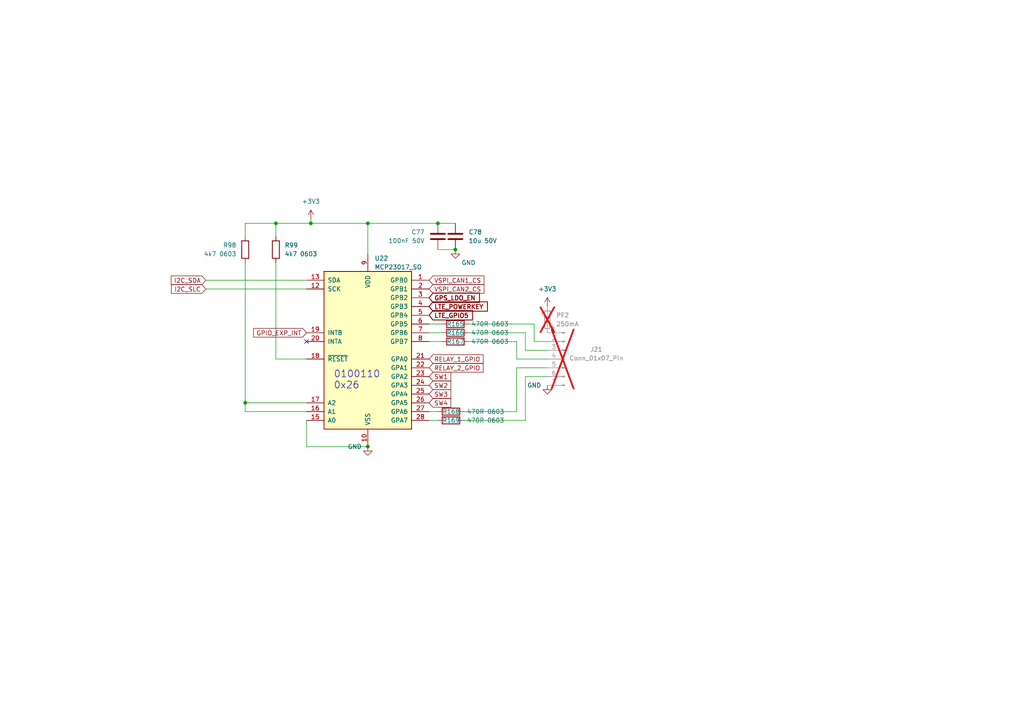
<source format=kicad_sch>
(kicad_sch (version 20250114) (generator "eeschema") (generator_version "9.0")
  (paper "A4")
  (title_block (title "VehicleMan") (date "2025-03-04") (rev "0") (company "©CC-BY-NC"))
  (lib_symbols
    (symbol "Connector:Conn_01x07_Pin" (pin_names (offset 1.016) (hide yes))
      (property "Reference" "J" (at 0 10.16 0))
      (property "Value" "Conn_01x07_Pin" (at 0 -10.16 0))
      (symbol "Conn_01x07_Pin_1_1"
        (rectangle (start 0.8636 7.747) (end 0 7.493) (stroke (width 0.1524)) (fill (type outline)))
        (rectangle (start 0.8636 5.207) (end 0 4.953) (stroke (width 0.1524)) (fill (type outline)))
        (rectangle (start 0.8636 2.667) (end 0 2.413) (stroke (width 0.1524)) (fill (type outline)))
        (rectangle (start 0.8636 0.127) (end 0 -0.127) (stroke (width 0.1524)) (fill (type outline)))
        (rectangle (start 0.8636 -2.413) (end 0 -2.667) (stroke (width 0.1524)) (fill (type outline)))
        (rectangle (start 0.8636 -4.953) (end 0 -5.207) (stroke (width 0.1524)) (fill (type outline)))
        (rectangle (start 0.8636 -7.493) (end 0 -7.747) (stroke (width 0.1524)) (fill (type outline)))
        (polyline (pts (xy 1.27 7.62) (xy 0.8636 7.62)) (stroke (width 0.1524)))
        (polyline (pts (xy 1.27 5.08) (xy 0.8636 5.08)) (stroke (width 0.1524)))
        (polyline (pts (xy 1.27 2.54) (xy 0.8636 2.54)) (stroke (width 0.1524)))
        (polyline (pts (xy 1.27 0) (xy 0.8636 0)) (stroke (width 0.1524)))
        (polyline (pts (xy 1.27 -2.54) (xy 0.8636 -2.54)) (stroke (width 0.1524)))
        (polyline (pts (xy 1.27 -5.08) (xy 0.8636 -5.08)) (stroke (width 0.1524)))
        (polyline (pts (xy 1.27 -7.62) (xy 0.8636 -7.62)) (stroke (width 0.1524)))
        (pin passive line (at 5.08 7.62 180) (length 3.81) (name "Pin_1") (number "1"))
        (pin passive line (at 5.08 5.08 180) (length 3.81) (name "Pin_2") (number "2"))
        (pin passive line (at 5.08 2.54 180) (length 3.81) (name "Pin_3") (number "3"))
        (pin passive line (at 5.08 0 180) (length 3.81) (name "Pin_4") (number "4"))
        (pin passive line (at 5.08 -2.54 180) (length 3.81) (name "Pin_5") (number "5"))
        (pin passive line (at 5.08 -5.08 180) (length 3.81) (name "Pin_6") (number "6"))
        (pin passive line (at 5.08 -7.62 180) (length 3.81) (name "Pin_7") (number "7"))
      )
    )
    (symbol "Device:C" (pin_numbers (hide yes)) (pin_names (offset 0.254))
      (property "Reference" "C" (at 0.635 2.54 0))
      (property "Value" "C" (at 0.635 -2.54 0))
      (symbol "C_0_1"
        (polyline (pts (xy -2.032 0.762) (xy 2.032 0.762)) (stroke (width 0.508)))
        (polyline (pts (xy -2.032 -0.762) (xy 2.032 -0.762)) (stroke (width 0.508)))
      )
      (symbol "C_1_1"
        (pin passive line (at 0 3.81 270) (length 2.794) (name "~") (number "1"))
        (pin passive line (at 0 -3.81 90) (length 2.794) (name "~") (number "2"))
      )
    )
    (symbol "Device:Polyfuse" (pin_numbers (hide yes)) (pin_names (offset 0))
      (property "Reference" "F" (at -2.54 0 90))
      (property "Value" "Polyfuse" (at 2.54 0 90))
      (symbol "Polyfuse_0_1"
        (polyline (pts (xy -1.524 2.54) (xy -1.524 1.524) (xy 1.524 -1.524) (xy 1.524 -2.54)))
        (rectangle (start -0.762 2.54) (end 0.762 -2.54) (stroke (width 0.254)))
        (polyline (pts (xy 0 2.54) (xy 0 -2.54)))
      )
      (symbol "Polyfuse_1_1"
        (pin passive line (at 0 3.81 270) (length 1.27) (name "~") (number "1"))
        (pin passive line (at 0 -3.81 90) (length 1.27) (name "~") (number "2"))
      )
    )
    (symbol "Device:R" (pin_numbers (hide yes)) (pin_names (offset 0))
      (property "Reference" "R?" (at 2.54 1.2701 0))
      (property "Value" "R" (at 2.54 -1.2699 0))
      (property "LCSC" "C2907166" (at 0 0 0))
      (symbol "R_0_1"
        (rectangle (start -1.016 -2.54) (end 1.016 2.54) (stroke (width 0.254)))
      )
      (symbol "R_1_1"
        (pin passive line (at 0 3.81 270) (length 1.27) (name "~") (number "1"))
        (pin passive line (at 0 -3.81 90) (length 1.27) (name "~") (number "2"))
      )
    )
    (symbol "Interface_Expansion:MCP23017_SO" (pin_names (offset 1.016))
      (property "Reference" "U" (at -11.43 24.13 0))
      (property "Value" "MCP23017_SO" (at 0 0 0))
      (symbol "MCP23017_SO_0_1"
        (rectangle (start -12.7 22.86) (end 12.7 -22.86) (stroke (width 0.254)) (fill (type background)))
      )
      (symbol "MCP23017_SO_1_1"
        (pin bidirectional line (at -17.78 20.32 0) (length 5.08) (name "SDA") (number "13"))
        (pin input line (at -17.78 17.78 0) (length 5.08) (name "SCK") (number "12"))
        (pin tri_state line (at -17.78 5.08 0) (length 5.08) (name "INTB") (number "19"))
        (pin tri_state line (at -17.78 2.54 0) (length 5.08) (name "INTA") (number "20"))
        (pin input line (at -17.78 -2.54 0) (length 5.08) (name "~{RESET}") (number "18"))
        (pin input line (at -17.78 -15.24 0) (length 5.08) (name "A2") (number "17"))
        (pin input line (at -17.78 -17.78 0) (length 5.08) (name "A1") (number "16"))
        (pin input line (at -17.78 -20.32 0) (length 5.08) (name "A0") (number "15"))
        (pin no_connect line (at -12.7 15.24 0) (length 5.08) (hide yes) (name "NC") (number "11"))
        (pin no_connect line (at -12.7 12.7 0) (length 5.08) (hide yes) (name "NC") (number "14"))
        (pin power_in line (at 0 27.94 270) (length 5.08) (name "VDD") (number "9"))
        (pin power_in line (at 0 -27.94 90) (length 5.08) (name "VSS") (number "10"))
        (pin bidirectional line (at 17.78 20.32 180) (length 5.08) (name "GPB0") (number "1"))
        (pin bidirectional line (at 17.78 17.78 180) (length 5.08) (name "GPB1") (number "2"))
        (pin bidirectional line (at 17.78 15.24 180) (length 5.08) (name "GPB2") (number "3"))
        (pin bidirectional line (at 17.78 12.7 180) (length 5.08) (name "GPB3") (number "4"))
        (pin bidirectional line (at 17.78 10.16 180) (length 5.08) (name "GPB4") (number "5"))
        (pin bidirectional line (at 17.78 7.62 180) (length 5.08) (name "GPB5") (number "6"))
        (pin bidirectional line (at 17.78 5.08 180) (length 5.08) (name "GPB6") (number "7"))
        (pin bidirectional line (at 17.78 2.54 180) (length 5.08) (name "GPB7") (number "8"))
        (pin bidirectional line (at 17.78 -2.54 180) (length 5.08) (name "GPA0") (number "21"))
        (pin bidirectional line (at 17.78 -5.08 180) (length 5.08) (name "GPA1") (number "22"))
        (pin bidirectional line (at 17.78 -7.62 180) (length 5.08) (name "GPA2") (number "23"))
        (pin bidirectional line (at 17.78 -10.16 180) (length 5.08) (name "GPA3") (number "24"))
        (pin bidirectional line (at 17.78 -12.7 180) (length 5.08) (name "GPA4") (number "25"))
        (pin bidirectional line (at 17.78 -15.24 180) (length 5.08) (name "GPA5") (number "26"))
        (pin bidirectional line (at 17.78 -17.78 180) (length 5.08) (name "GPA6") (number "27"))
        (pin bidirectional line (at 17.78 -20.32 180) (length 5.08) (name "GPA7") (number "28"))
      )
    )
    (symbol "power:+3V3" (power) (pin_names (offset 0))
      (property "Value" "+3V3" (at 0 3.556 0))
      (symbol "+3V3_0_1"
        (polyline (pts (xy -0.762 1.27) (xy 0 2.54)))
        (polyline (pts (xy 0 2.54) (xy 0.762 1.27)))
        (polyline (pts (xy 0 0) (xy 0 2.54)))
      )
      (symbol "+3V3_1_1"
        (pin power_in line (at 0 0 90) (length 0) (hide yes) (name "+3V3") (number "1"))
      )
    )
    (symbol "power:GND" (power) (pin_names (offset 0))
      (property "Value" "GND" (at 0 -3.81 0))
      (symbol "GND_0_1"
        (polyline (pts (xy 0 0) (xy 0 -1.27) (xy 1.27 -1.27) (xy 0 -2.54) (xy -1.27 -1.27) (xy 0 -1.27)))
      )
      (symbol "GND_1_1"
        (pin power_in line (at 0 0 270) (length 0) (hide yes) (name "GND") (number "1"))
      )
    )
  )
  (text "0100110\n0x26" (at 96.774 113.03 0) (effects (font (size 2 2)) (justify left bottom)))
  (junction (at 106.68 64.77))
  (junction (at 132.08 72.39))
  (junction (at 80.01 64.77))
  (junction (at 127 64.77))
  (junction (at 106.68 129.54))
  (junction (at 90.17 64.77))
  (junction (at 71.12 116.84))
  (no_connect (at 88.9 99.06))
  (wire (pts (xy 88.9 116.84) (xy 71.12 116.84)))
  (wire (pts (xy 134.62 121.92) (xy 152.4 121.92)))
  (wire (pts (xy 149.86 104.14) (xy 158.75 104.14)))
  (wire (pts (xy 124.46 96.52) (xy 128.27 96.52)))
  (wire (pts (xy 80.01 76.2) (xy 80.01 104.14)))
  (wire (pts (xy 149.86 99.06) (xy 149.86 104.14)))
  (wire (pts (xy 88.9 129.54) (xy 106.68 129.54)))
  (wire (pts (xy 124.46 121.92) (xy 127 121.92)))
  (wire (pts (xy 154.94 99.06) (xy 158.75 99.06)))
  (wire (pts (xy 80.01 104.14) (xy 88.9 104.14)))
  (wire (pts (xy 88.9 119.38) (xy 71.12 119.38)))
  (wire (pts (xy 154.94 93.98) (xy 154.94 99.06)))
  (wire (pts (xy 135.89 96.52) (xy 152.4 96.52)))
  (wire (pts (xy 135.89 93.98) (xy 154.94 93.98)))
  (wire (pts (xy 90.17 64.77) (xy 106.68 64.77)))
  (wire (pts (xy 124.46 93.98) (xy 128.27 93.98)))
  (wire (pts (xy 134.62 119.38) (xy 149.86 119.38)))
  (wire (pts (xy 71.12 119.38) (xy 71.12 116.84)))
  (wire (pts (xy 71.12 76.2) (xy 71.12 116.84)))
  (wire (pts (xy 152.4 109.22) (xy 158.75 109.22)))
  (wire (pts (xy 80.01 64.77) (xy 71.12 64.77)))
  (wire (pts (xy 124.46 99.06) (xy 128.27 99.06)))
  (wire (pts (xy 106.68 64.77) (xy 127 64.77)))
  (wire (pts (xy 80.01 64.77) (xy 90.17 64.77)))
  (wire (pts (xy 124.46 119.38) (xy 127 119.38)))
  (wire (pts (xy 88.9 121.92) (xy 88.9 129.54)))
  (wire (pts (xy 71.12 64.77) (xy 71.12 68.58)))
  (wire (pts (xy 90.17 63.5) (xy 90.17 64.77)))
  (wire (pts (xy 127 72.39) (xy 132.08 72.39)))
  (wire (pts (xy 59.69 81.28) (xy 88.9 81.28)))
  (wire (pts (xy 80.01 64.77) (xy 80.01 68.58)))
  (wire (pts (xy 59.69 83.82) (xy 88.9 83.82)))
  (wire (pts (xy 149.86 119.38) (xy 149.86 106.68)))
  (wire (pts (xy 152.4 101.6) (xy 158.75 101.6)))
  (wire (pts (xy 135.89 99.06) (xy 149.86 99.06)))
  (wire (pts (xy 127 64.77) (xy 132.08 64.77)))
  (wire (pts (xy 152.4 121.92) (xy 152.4 109.22)))
  (wire (pts (xy 149.86 106.68) (xy 158.75 106.68)))
  (wire (pts (xy 152.4 96.52) (xy 152.4 101.6)))
  (wire (pts (xy 106.68 64.77) (xy 106.68 73.66)))
  (global_label "SW1" (shape input) (at 124.46 109.22 0) (property "Intersheetrefs" "${INTERSHEET_REFS}" (effects (hide yes))))
  (global_label "SW4" (shape input) (at 124.46 116.84 0) (property "Intersheetrefs" "${INTERSHEET_REFS}" (effects (hide yes))))
  (global_label "VSPI_CAN2_CS" (shape input) (at 124.46 83.82 0) (property "Intersheetrefs" "${INTERSHEET_REFS}" (effects (hide yes))))
  (global_label "SW3" (shape input) (at 124.46 114.3 0) (property "Intersheetrefs" "${INTERSHEET_REFS}" (effects (hide yes))))
  (global_label "LTE_GPIO5" (shape input) (at 124.46 91.44 0) (effects (font (thickness 0.254) (bold yes))) (property "Intersheetrefs" "${INTERSHEET_REFS}" (effects (hide yes))))
  (global_label "GPIO_EXP_INT" (shape input) (at 88.9 96.52 180) (property "Intersheetrefs" "${INTERSHEET_REFS}" (effects (hide yes))))
  (global_label "RELAY_2_GPIO" (shape input) (at 124.46 106.68 0) (property "Intersheetrefs" "${INTERSHEET_REFS}" (effects (hide yes))))
  (global_label "I2C_SDA" (shape input) (at 59.69 81.28 180) (property "Intersheetrefs" "${INTERSHEET_REFS}" (effects (hide yes))))
  (global_label "I2C_SLC" (shape input) (at 59.69 83.82 180) (property "Intersheetrefs" "${INTERSHEET_REFS}" (effects (hide yes))))
  (global_label "GPS_LDO_EN" (shape input) (at 124.46 86.36 0) (effects (font (thickness 0.254) (bold yes))) (property "Intersheetrefs" "${INTERSHEET_REFS}" (effects (hide yes))))
  (global_label "SW2" (shape input) (at 124.46 111.76 0) (property "Intersheetrefs" "${INTERSHEET_REFS}" (effects (hide yes))))
  (global_label "RELAY_1_GPIO" (shape input) (at 124.46 104.14 0) (property "Intersheetrefs" "${INTERSHEET_REFS}" (effects (hide yes))))
  (global_label "LTE_POWERKEY" (shape input) (at 124.46 88.9 0) (effects (font (thickness 0.254) (bold yes))) (property "Intersheetrefs" "${INTERSHEET_REFS}" (effects (hide yes))))
  (global_label "VSPI_CAN1_CS" (shape input) (at 124.46 81.28 0) (property "Intersheetrefs" "${INTERSHEET_REFS}" (effects (hide yes))))
  (symbol (lib_id "power:+3V3") (at 90.17 63.5 0) (unit 1)
    (property "Reference" "#PWR045" (effects (hide yes)))
    (property "Value" "+3V3" (at 90.17 58.42 0))
  )
  (symbol (lib_id "Device:R") (at 132.08 99.06 270) (unit 1)
    (property "Reference" "R167" (at 129.54 99.06 90) (effects (justify left)))
    (property "Value" "470R 0603" (at 136.652 99.06 90) (effects (justify left)))
    (property "Footprint" "Resistor_SMD:R_0603_1608Metric" (effects (hide yes)))
    (property "LCSC" "C23179" (effects (hide yes)))
  )
  (symbol (lib_id "Device:C") (at 132.08 68.58 0) (unit 1)
    (property "Reference" "C78" (at 135.89 67.3099 0) (effects (justify left)))
    (property "Value" "10u 50V" (at 135.89 69.8499 0) (effects (justify left)))
    (property "Footprint" "Capacitor_SMD:C_1206_3216Metric" (effects (hide yes)))
    (property "Description" "Unpolarized capacitor" (effects (hide yes)))
    (property "LCSC" "C13585" (effects (hide yes)))
  )
  (symbol (lib_id "Device:R") (at 130.81 119.38 270) (unit 1)
    (property "Reference" "R168" (at 128.27 119.38 90) (effects (justify left)))
    (property "Value" "470R 0603" (at 135.382 119.38 90) (effects (justify left)))
    (property "Footprint" "Resistor_SMD:R_0603_1608Metric" (effects (hide yes)))
    (property "LCSC" "C23179" (effects (hide yes)))
  )
  (symbol (lib_id "power:GND") (at 132.08 72.39 0) (unit 1)
    (property "Reference" "#PWR098" (effects (hide yes)))
    (property "Value" "GND" (at 135.89 76.2 0))
  )
  (symbol (lib_id "Device:R") (at 80.01 72.39 0) (unit 1)
    (property "Reference" "R99" (at 82.55 71.1199 0) (effects (justify left)))
    (property "Value" "4k7 0603" (at 82.55 73.6599 0) (effects (justify left)))
    (property "Footprint" "Resistor_SMD:R_0603_1608Metric" (effects (hide yes)))
    (property "Description" "Resistor" (effects (hide yes)))
    (property "LCSC" "C99782" (effects (hide yes)))
  )
  (symbol (lib_id "power:+3V3") (at 158.75 88.9 0) (unit 1)
    (property "Reference" "#PWR0143" (effects (hide yes)))
    (property "Value" "+3V3" (at 158.75 83.82 0))
  )
  (symbol (lib_id "Device:Polyfuse") (at 158.75 92.71 180) (unit 1) (dnp yes)
    (property "Reference" "PF2" (at 161.29 91.4399 0) (effects (justify right)))
    (property "Value" "250mA" (at 161.29 93.9799 0) (effects (justify right)))
    (property "Footprint" "Fuse:Fuse_1206_3216Metric" (effects (hide yes)))
    (property "Description" "Resettable fuse, polymeric positive temperature coefficient" (effects (hide yes)))
    (property "LCSC" "C70065" (effects (hide yes)))
  )
  (symbol (lib_id "power:GND") (at 158.75 111.76 0) (unit 1)
    (property "Reference" "#PWR0142" (effects (hide yes)))
    (property "Value" "GND" (at 154.94 111.76 0))
  )
  (symbol (lib_id "Connector:Conn_01x07_Pin") (at 163.83 104.14 0) (mirror y) (unit 1) (in_bom no) (dnp yes)
    (property "Reference" "J21" (at 172.974 101.346 0))
    (property "Value" "Conn_01x07_Pin" (at 172.974 103.886 0))
    (property "Footprint" "Connector_PinHeader_1.27mm:PinHeader_1x07_P1.27mm_Vertical" (effects (hide yes)))
    (property "Description" "Generic connector, single row, 01x07, script generated" (effects (hide yes)))
  )
  (symbol (lib_id "Device:R") (at 132.08 96.52 270) (unit 1)
    (property "Reference" "R166" (at 129.54 96.52 90) (effects (justify left)))
    (property "Value" "470R 0603" (at 136.652 96.52 90) (effects (justify left)))
    (property "Footprint" "Resistor_SMD:R_0603_1608Metric" (effects (hide yes)))
    (property "LCSC" "C23179" (effects (hide yes)))
  )
  (symbol (lib_id "power:GND") (at 106.68 129.54 0) (unit 1)
    (property "Reference" "#PWR097" (effects (hide yes)))
    (property "Value" "GND" (at 102.87 129.54 0))
  )
  (symbol (lib_id "Device:C") (at 127 68.58 0) (unit 1)
    (property "Reference" "C77" (at 123.19 67.3099 0) (effects (justify right)))
    (property "Value" "100nF 50V" (at 123.19 69.8499 0) (effects (justify right)))
    (property "Footprint" "Capacitor_SMD:C_0603_1608Metric" (effects (hide yes)))
    (property "Description" "Unpolarized capacitor" (effects (hide yes)))
    (property "LCSC" "C14663" (effects (hide yes)))
  )
  (symbol (lib_id "Device:R") (at 132.08 93.98 270) (unit 1)
    (property "Reference" "R165" (at 129.54 93.98 90) (effects (justify left)))
    (property "Value" "470R 0603" (at 136.652 93.98 90) (effects (justify left)))
    (property "Footprint" "Resistor_SMD:R_0603_1608Metric" (effects (hide yes)))
    (property "LCSC" "C23179" (effects (hide yes)))
  )
  (symbol (lib_id "Device:R") (at 130.81 121.92 270) (unit 1)
    (property "Reference" "R169" (at 128.27 121.92 90) (effects (justify left)))
    (property "Value" "470R 0603" (at 135.382 121.92 90) (effects (justify left)))
    (property "Footprint" "Resistor_SMD:R_0603_1608Metric" (effects (hide yes)))
    (property "LCSC" "C23179" (effects (hide yes)))
  )
  (symbol (lib_id "Device:R") (at 71.12 72.39 0) (mirror y) (unit 1)
    (property "Reference" "R98" (at 68.58 71.1199 0) (effects (justify left)))
    (property "Value" "4k7 0603" (at 68.58 73.6599 0) (effects (justify left)))
    (property "Footprint" "Resistor_SMD:R_0603_1608Metric" (effects (hide yes)))
    (property "Description" "Resistor" (effects (hide yes)))
    (property "LCSC" "C99782" (effects (hide yes)))
  )
  (symbol (lib_id "Interface_Expansion:MCP23017_SO") (at 106.68 101.6 0) (unit 1)
    (property "Reference" "U22" (at 108.6359 74.93 0) (effects (justify left)))
    (property "Value" "MCP23017_SO" (at 108.6359 77.47 0) (effects (justify left)))
    (property "Footprint" "Package_SO:SOIC-28W_7.5x17.9mm_P1.27mm" (effects (hide yes)))
    (property "Datasheet" "http://ww1.microchip.com/downloads/en/DeviceDoc/20001952C.pdf" (effects (hide yes)))
    (property "LCSC" "C629440" (effects (hide yes)))
  )
)
</source>
